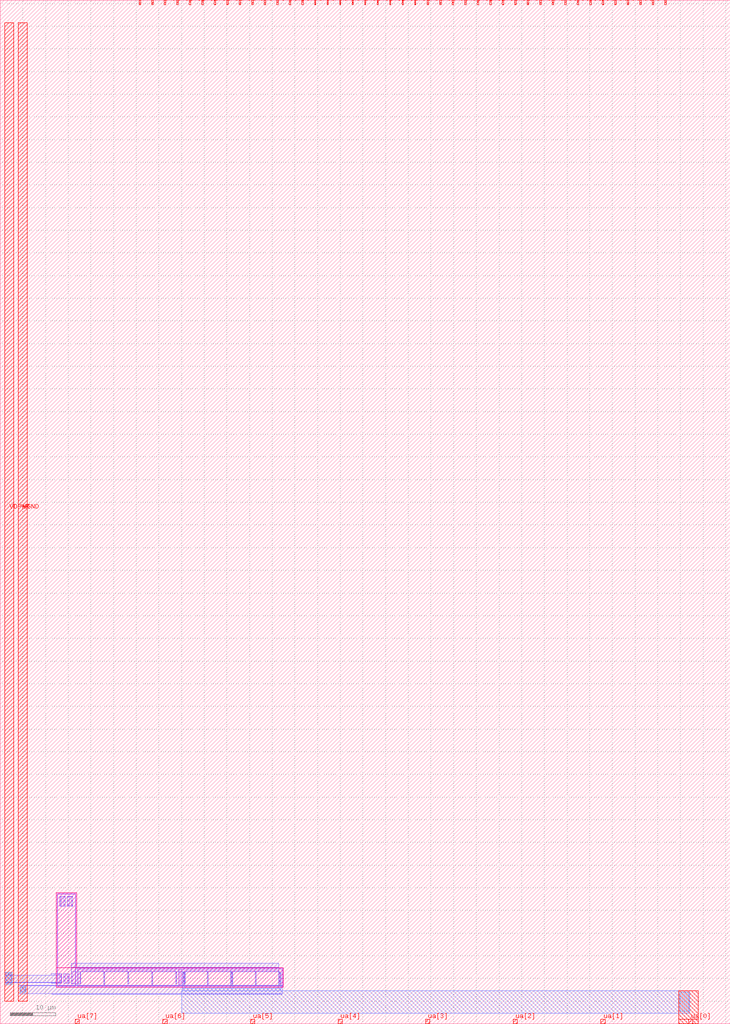
<source format=lef>
VERSION 5.7 ;
  NOWIREEXTENSIONATPIN ON ;
  DIVIDERCHAR "/" ;
  BUSBITCHARS "[]" ;
MACRO tt_um_upalermo_simple_analog_circuit
  CLASS BLOCK ;
  FOREIGN tt_um_upalermo_simple_analog_circuit ;
  ORIGIN 0.000 0.000 ;
  SIZE 161.000 BY 225.760 ;
  PIN clk
    DIRECTION INPUT ;
    USE SIGNAL ;
    PORT
      LAYER met4 ;
        RECT 143.830 224.760 144.130 225.760 ;
    END
  END clk
  PIN ena
    DIRECTION INPUT ;
    USE SIGNAL ;
    PORT
      LAYER met4 ;
        RECT 146.590 224.760 146.890 225.760 ;
    END
  END ena
  PIN rst_n
    DIRECTION INPUT ;
    USE SIGNAL ;
    PORT
      LAYER met4 ;
        RECT 141.070 224.760 141.370 225.760 ;
    END
  END rst_n
  PIN ua[0]
    DIRECTION INOUT ;
    USE SIGNAL ;
    ANTENNADIFFAREA 2.175000 ;
    PORT
      LAYER met4 ;
        RECT 151.810 0.000 152.710 1.000 ;
    END
  END ua[0]
  PIN ua[1]
    DIRECTION INOUT ;
    USE SIGNAL ;
    PORT
      LAYER met4 ;
        RECT 132.490 0.000 133.390 1.000 ;
    END
  END ua[1]
  PIN ua[2]
    DIRECTION INOUT ;
    USE SIGNAL ;
    PORT
      LAYER met4 ;
        RECT 113.170 0.000 114.070 1.000 ;
    END
  END ua[2]
  PIN ua[3]
    DIRECTION INOUT ;
    USE SIGNAL ;
    PORT
      LAYER met4 ;
        RECT 93.850 0.000 94.750 1.000 ;
    END
  END ua[3]
  PIN ua[4]
    DIRECTION INOUT ;
    USE SIGNAL ;
    PORT
      LAYER met4 ;
        RECT 74.530 0.000 75.430 1.000 ;
    END
  END ua[4]
  PIN ua[5]
    DIRECTION INOUT ;
    USE SIGNAL ;
    PORT
      LAYER met4 ;
        RECT 55.210 0.000 56.110 1.000 ;
    END
  END ua[5]
  PIN ua[6]
    DIRECTION INOUT ;
    USE SIGNAL ;
    PORT
      LAYER met4 ;
        RECT 35.890 0.000 36.790 1.000 ;
    END
  END ua[6]
  PIN ua[7]
    DIRECTION INOUT ;
    USE SIGNAL ;
    PORT
      LAYER met4 ;
        RECT 16.570 0.000 17.470 1.000 ;
    END
  END ua[7]
  PIN ui_in[0]
    DIRECTION INPUT ;
    USE SIGNAL ;
    PORT
      LAYER met4 ;
        RECT 138.310 224.760 138.610 225.760 ;
    END
  END ui_in[0]
  PIN ui_in[1]
    DIRECTION INPUT ;
    USE SIGNAL ;
    PORT
      LAYER met4 ;
        RECT 135.550 224.760 135.850 225.760 ;
    END
  END ui_in[1]
  PIN ui_in[2]
    DIRECTION INPUT ;
    USE SIGNAL ;
    PORT
      LAYER met4 ;
        RECT 132.790 224.760 133.090 225.760 ;
    END
  END ui_in[2]
  PIN ui_in[3]
    DIRECTION INPUT ;
    USE SIGNAL ;
    PORT
      LAYER met4 ;
        RECT 130.030 224.760 130.330 225.760 ;
    END
  END ui_in[3]
  PIN ui_in[4]
    DIRECTION INPUT ;
    USE SIGNAL ;
    PORT
      LAYER met4 ;
        RECT 127.270 224.760 127.570 225.760 ;
    END
  END ui_in[4]
  PIN ui_in[5]
    DIRECTION INPUT ;
    USE SIGNAL ;
    PORT
      LAYER met4 ;
        RECT 124.510 224.760 124.810 225.760 ;
    END
  END ui_in[5]
  PIN ui_in[6]
    DIRECTION INPUT ;
    USE SIGNAL ;
    PORT
      LAYER met4 ;
        RECT 121.750 224.760 122.050 225.760 ;
    END
  END ui_in[6]
  PIN ui_in[7]
    DIRECTION INPUT ;
    USE SIGNAL ;
    PORT
      LAYER met4 ;
        RECT 118.990 224.760 119.290 225.760 ;
    END
  END ui_in[7]
  PIN uio_in[0]
    DIRECTION INPUT ;
    USE SIGNAL ;
    PORT
      LAYER met4 ;
        RECT 116.230 224.760 116.530 225.760 ;
    END
  END uio_in[0]
  PIN uio_in[1]
    DIRECTION INPUT ;
    USE SIGNAL ;
    PORT
      LAYER met4 ;
        RECT 113.470 224.760 113.770 225.760 ;
    END
  END uio_in[1]
  PIN uio_in[2]
    DIRECTION INPUT ;
    USE SIGNAL ;
    PORT
      LAYER met4 ;
        RECT 110.710 224.760 111.010 225.760 ;
    END
  END uio_in[2]
  PIN uio_in[3]
    DIRECTION INPUT ;
    USE SIGNAL ;
    PORT
      LAYER met4 ;
        RECT 107.950 224.760 108.250 225.760 ;
    END
  END uio_in[3]
  PIN uio_in[4]
    DIRECTION INPUT ;
    USE SIGNAL ;
    PORT
      LAYER met4 ;
        RECT 105.190 224.760 105.490 225.760 ;
    END
  END uio_in[4]
  PIN uio_in[5]
    DIRECTION INPUT ;
    USE SIGNAL ;
    PORT
      LAYER met4 ;
        RECT 102.430 224.760 102.730 225.760 ;
    END
  END uio_in[5]
  PIN uio_in[6]
    DIRECTION INPUT ;
    USE SIGNAL ;
    PORT
      LAYER met4 ;
        RECT 99.670 224.760 99.970 225.760 ;
    END
  END uio_in[6]
  PIN uio_in[7]
    DIRECTION INPUT ;
    USE SIGNAL ;
    PORT
      LAYER met4 ;
        RECT 96.910 224.760 97.210 225.760 ;
    END
  END uio_in[7]
  PIN uio_oe[0]
    DIRECTION OUTPUT ;
    USE SIGNAL ;
    PORT
      LAYER met4 ;
        RECT 49.990 224.760 50.290 225.760 ;
    END
  END uio_oe[0]
  PIN uio_oe[1]
    DIRECTION OUTPUT ;
    USE SIGNAL ;
    PORT
      LAYER met4 ;
        RECT 47.230 224.760 47.530 225.760 ;
    END
  END uio_oe[1]
  PIN uio_oe[2]
    DIRECTION OUTPUT ;
    USE SIGNAL ;
    PORT
      LAYER met4 ;
        RECT 44.470 224.760 44.770 225.760 ;
    END
  END uio_oe[2]
  PIN uio_oe[3]
    DIRECTION OUTPUT ;
    USE SIGNAL ;
    PORT
      LAYER met4 ;
        RECT 41.710 224.760 42.010 225.760 ;
    END
  END uio_oe[3]
  PIN uio_oe[4]
    DIRECTION OUTPUT ;
    USE SIGNAL ;
    PORT
      LAYER met4 ;
        RECT 38.950 224.760 39.250 225.760 ;
    END
  END uio_oe[4]
  PIN uio_oe[5]
    DIRECTION OUTPUT ;
    USE SIGNAL ;
    PORT
      LAYER met4 ;
        RECT 36.190 224.760 36.490 225.760 ;
    END
  END uio_oe[5]
  PIN uio_oe[6]
    DIRECTION OUTPUT ;
    USE SIGNAL ;
    PORT
      LAYER met4 ;
        RECT 33.430 224.760 33.730 225.760 ;
    END
  END uio_oe[6]
  PIN uio_oe[7]
    DIRECTION OUTPUT ;
    USE SIGNAL ;
    PORT
      LAYER met4 ;
        RECT 30.670 224.760 30.970 225.760 ;
    END
  END uio_oe[7]
  PIN uio_out[0]
    DIRECTION OUTPUT ;
    USE SIGNAL ;
    PORT
      LAYER met4 ;
        RECT 72.070 224.760 72.370 225.760 ;
    END
  END uio_out[0]
  PIN uio_out[1]
    DIRECTION OUTPUT ;
    USE SIGNAL ;
    PORT
      LAYER met4 ;
        RECT 69.310 224.760 69.610 225.760 ;
    END
  END uio_out[1]
  PIN uio_out[2]
    DIRECTION OUTPUT ;
    USE SIGNAL ;
    PORT
      LAYER met4 ;
        RECT 66.550 224.760 66.850 225.760 ;
    END
  END uio_out[2]
  PIN uio_out[3]
    DIRECTION OUTPUT ;
    USE SIGNAL ;
    PORT
      LAYER met4 ;
        RECT 63.790 224.760 64.090 225.760 ;
    END
  END uio_out[3]
  PIN uio_out[4]
    DIRECTION OUTPUT ;
    USE SIGNAL ;
    PORT
      LAYER met4 ;
        RECT 61.030 224.760 61.330 225.760 ;
    END
  END uio_out[4]
  PIN uio_out[5]
    DIRECTION OUTPUT ;
    USE SIGNAL ;
    PORT
      LAYER met4 ;
        RECT 58.270 224.760 58.570 225.760 ;
    END
  END uio_out[5]
  PIN uio_out[6]
    DIRECTION OUTPUT ;
    USE SIGNAL ;
    PORT
      LAYER met4 ;
        RECT 55.510 224.760 55.810 225.760 ;
    END
  END uio_out[6]
  PIN uio_out[7]
    DIRECTION OUTPUT ;
    USE SIGNAL ;
    PORT
      LAYER met4 ;
        RECT 52.750 224.760 53.050 225.760 ;
    END
  END uio_out[7]
  PIN uo_out[0]
    DIRECTION OUTPUT ;
    USE SIGNAL ;
    PORT
      LAYER met4 ;
        RECT 94.150 224.760 94.450 225.760 ;
    END
  END uo_out[0]
  PIN uo_out[1]
    DIRECTION OUTPUT ;
    USE SIGNAL ;
    PORT
      LAYER met4 ;
        RECT 91.390 224.760 91.690 225.760 ;
    END
  END uo_out[1]
  PIN uo_out[2]
    DIRECTION OUTPUT ;
    USE SIGNAL ;
    PORT
      LAYER met4 ;
        RECT 88.630 224.760 88.930 225.760 ;
    END
  END uo_out[2]
  PIN uo_out[3]
    DIRECTION OUTPUT ;
    USE SIGNAL ;
    PORT
      LAYER met4 ;
        RECT 85.870 224.760 86.170 225.760 ;
    END
  END uo_out[3]
  PIN uo_out[4]
    DIRECTION OUTPUT ;
    USE SIGNAL ;
    PORT
      LAYER met4 ;
        RECT 83.110 224.760 83.410 225.760 ;
    END
  END uo_out[4]
  PIN uo_out[5]
    DIRECTION OUTPUT ;
    USE SIGNAL ;
    PORT
      LAYER met4 ;
        RECT 80.350 224.760 80.650 225.760 ;
    END
  END uo_out[5]
  PIN uo_out[6]
    DIRECTION OUTPUT ;
    USE SIGNAL ;
    PORT
      LAYER met4 ;
        RECT 77.590 224.760 77.890 225.760 ;
    END
  END uo_out[6]
  PIN uo_out[7]
    DIRECTION OUTPUT ;
    USE SIGNAL ;
    PORT
      LAYER met4 ;
        RECT 74.830 224.760 75.130 225.760 ;
    END
  END uo_out[7]
  PIN VDPWR
    DIRECTION INOUT ;
    USE POWER ;
    PORT
      LAYER met4 ;
        RECT 1.000 5.000 3.000 220.760 ;
    END
  END VDPWR
  PIN VGND
    DIRECTION INOUT ;
    USE GROUND ;
    PORT
      LAYER met4 ;
        RECT 4.000 5.000 6.000 220.760 ;
    END
  END VGND
  OBS
      LAYER pwell ;
        RECT 12.340 12.370 16.840 28.900 ;
        RECT 12.340 8.080 62.470 12.370 ;
      LAYER li1 ;
        RECT 12.520 28.550 16.660 28.720 ;
        RECT 12.520 8.430 12.690 28.550 ;
        RECT 13.170 25.910 13.520 28.070 ;
        RECT 14.000 25.910 14.350 28.070 ;
        RECT 14.830 25.910 15.180 28.070 ;
        RECT 15.660 25.910 16.010 28.070 ;
        RECT 13.170 8.910 13.520 11.070 ;
        RECT 14.000 8.910 14.350 11.070 ;
        RECT 14.830 8.910 15.180 11.070 ;
        RECT 15.660 8.910 16.010 11.070 ;
        RECT 16.490 8.430 16.660 28.550 ;
        RECT 12.520 8.260 16.660 8.430 ;
        RECT 17.020 12.020 39.490 12.190 ;
        RECT 17.020 8.430 17.190 12.020 ;
        RECT 17.820 11.510 22.820 11.680 ;
        RECT 23.110 11.510 28.110 11.680 ;
        RECT 28.400 11.510 33.400 11.680 ;
        RECT 33.690 11.510 38.690 11.680 ;
        RECT 17.590 8.800 17.760 11.340 ;
        RECT 22.880 8.800 23.050 11.340 ;
        RECT 28.170 8.800 28.340 11.340 ;
        RECT 33.460 8.800 33.630 11.340 ;
        RECT 38.750 8.800 38.920 11.340 ;
        RECT 39.320 8.430 39.490 12.020 ;
        RECT 39.820 12.020 62.290 12.190 ;
        RECT 39.820 8.430 39.990 12.020 ;
        RECT 40.620 11.510 45.620 11.680 ;
        RECT 45.910 11.510 50.910 11.680 ;
        RECT 51.200 11.510 56.200 11.680 ;
        RECT 56.490 11.510 61.490 11.680 ;
        RECT 40.390 8.800 40.560 11.340 ;
        RECT 45.680 8.800 45.850 11.340 ;
        RECT 50.970 8.800 51.140 11.340 ;
        RECT 56.260 8.800 56.430 11.340 ;
        RECT 61.550 8.800 61.720 11.340 ;
        RECT 62.120 8.430 62.290 12.020 ;
        RECT 17.020 8.260 62.290 8.430 ;
        RECT 12.840 8.230 16.190 8.260 ;
        RECT 17.340 8.230 62.090 8.260 ;
      LAYER met1 ;
        RECT 13.190 25.930 14.340 28.080 ;
        RECT 14.890 28.040 16.040 28.130 ;
        RECT 14.880 28.030 16.040 28.040 ;
        RECT 14.790 25.980 16.040 28.030 ;
        RECT 14.790 25.930 15.140 25.980 ;
        RECT 15.710 25.935 15.960 25.980 ;
        RECT 15.710 13.300 61.270 13.305 ;
        RECT 15.710 12.465 61.450 13.300 ;
        RECT 15.710 11.480 61.470 12.465 ;
        RECT 13.220 11.030 13.470 11.045 ;
        RECT 1.220 10.720 2.300 10.800 ;
        RECT 11.290 10.720 13.490 11.030 ;
        RECT 1.220 9.140 13.490 10.720 ;
        RECT 1.300 9.070 13.490 9.140 ;
        RECT 11.290 8.930 13.490 9.070 ;
        RECT 13.990 8.930 15.140 11.080 ;
        RECT 15.710 8.820 17.790 11.480 ;
        RECT 22.850 8.530 23.080 11.320 ;
        RECT 28.140 8.820 28.370 11.480 ;
        RECT 33.430 8.530 33.660 11.320 ;
        RECT 38.720 8.820 38.950 11.480 ;
        RECT 40.220 8.820 40.760 11.320 ;
        RECT 45.650 8.530 45.880 11.320 ;
        RECT 50.840 8.820 51.260 11.330 ;
        RECT 56.230 8.830 56.460 11.320 ;
        RECT 61.520 11.310 61.750 11.320 ;
        RECT 61.460 8.830 61.820 11.310 ;
        RECT 56.230 8.530 56.470 8.830 ;
        RECT 61.520 8.820 61.750 8.830 ;
        RECT 11.390 8.450 62.140 8.530 ;
        RECT 4.380 8.400 62.140 8.450 ;
        RECT 4.000 6.630 62.140 8.400 ;
        RECT 11.390 6.530 62.140 6.630 ;
      LAYER met2 ;
        RECT 0.990 8.910 2.430 11.160 ;
        RECT 4.440 6.910 5.480 8.190 ;
        RECT 40.220 7.780 40.740 11.320 ;
        RECT 50.840 7.780 51.240 11.330 ;
        RECT 61.460 7.780 61.820 11.320 ;
        RECT 40.190 7.320 61.820 7.780 ;
        RECT 40.050 2.320 152.100 7.320 ;
      LAYER met3 ;
        RECT 1.030 8.610 2.640 11.380 ;
        RECT 4.390 6.910 5.570 8.160 ;
        RECT 149.860 2.810 151.880 6.980 ;
      LAYER met4 ;
        RECT 149.650 1.000 153.920 7.270 ;
        RECT 149.650 0.020 151.810 1.000 ;
        RECT 152.710 0.020 153.920 1.000 ;
  END
END tt_um_upalermo_simple_analog_circuit
END LIBRARY


</source>
